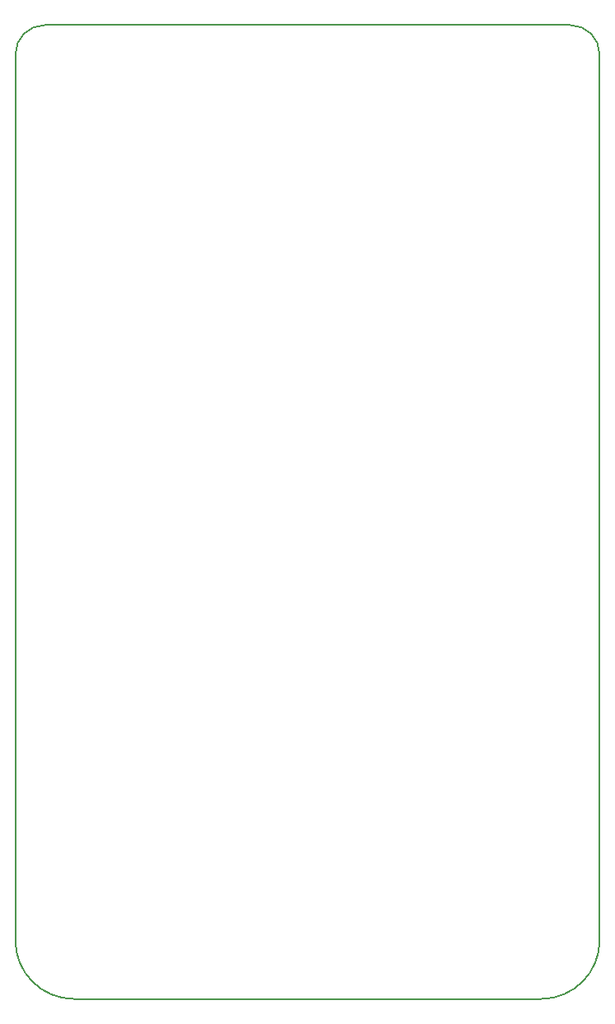
<source format=gm1>
G04 #@! TF.GenerationSoftware,KiCad,Pcbnew,7.0.6*
G04 #@! TF.CreationDate,2023-08-21T22:19:32+09:00*
G04 #@! TF.ProjectId,SmaCon,536d6143-6f6e-42e6-9b69-6361645f7063,V1.2*
G04 #@! TF.SameCoordinates,Original*
G04 #@! TF.FileFunction,Profile,NP*
%FSLAX46Y46*%
G04 Gerber Fmt 4.6, Leading zero omitted, Abs format (unit mm)*
G04 Created by KiCad (PCBNEW 7.0.6) date 2023-08-21 22:19:32*
%MOMM*%
%LPD*%
G01*
G04 APERTURE LIST*
G04 #@! TA.AperFunction,Profile*
%ADD10C,0.150000*%
G04 #@! TD*
G04 APERTURE END LIST*
D10*
X24000000Y-100000000D02*
G75*
G03*
X30000000Y-94000000I0J6000000D01*
G01*
X24000000Y-100000000D02*
X-24000000Y-100000000D01*
X-30000000Y-94000000D02*
G75*
G03*
X-24000000Y-100000000I5999999J-1D01*
G01*
X-27000000Y0D02*
X27000000Y0D01*
X30000000Y-3000000D02*
G75*
G03*
X27000000Y0I-3000000J0D01*
G01*
X30000000Y-3000000D02*
X30000000Y-94000000D01*
X-27000000Y0D02*
G75*
G03*
X-30000000Y-3000000I-2J-2999998D01*
G01*
X-30000000Y-3000000D02*
X-30000000Y-94000000D01*
M02*

</source>
